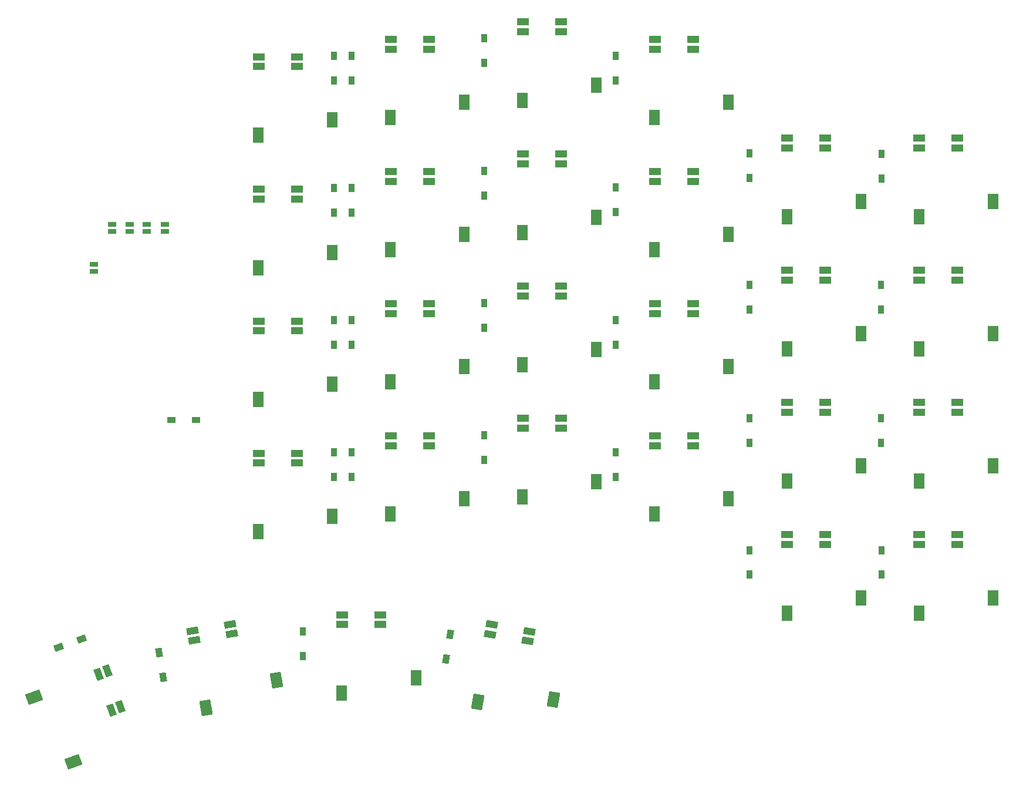
<source format=gtp>
%TF.GenerationSoftware,KiCad,Pcbnew,(6.0.0)*%
%TF.CreationDate,2022-08-16T23:40:52+02:00*%
%TF.ProjectId,SofleKeyboard,536f666c-654b-4657-9962-6f6172642e6b,rev?*%
%TF.SameCoordinates,Original*%
%TF.FileFunction,Paste,Top*%
%TF.FilePolarity,Positive*%
%FSLAX46Y46*%
G04 Gerber Fmt 4.6, Leading zero omitted, Abs format (unit mm)*
G04 Created by KiCad (PCBNEW (6.0.0)) date 2022-08-16 23:40:52*
%MOMM*%
%LPD*%
G01*
G04 APERTURE LIST*
G04 Aperture macros list*
%AMRotRect*
0 Rectangle, with rotation*
0 The origin of the aperture is its center*
0 $1 length*
0 $2 width*
0 $3 Rotation angle, in degrees counterclockwise*
0 Add horizontal line*
21,1,$1,$2,0,0,$3*%
G04 Aperture macros list end*
%ADD10R,1.143000X0.635000*%
%ADD11R,0.950000X1.300000*%
%ADD12R,1.300000X0.950000*%
%ADD13RotRect,1.300000X0.950000X200.000000*%
%ADD14R,1.700000X1.000000*%
%ADD15R,1.600000X2.200000*%
%ADD16RotRect,1.700000X1.000000X110.000000*%
%ADD17RotRect,1.600000X2.200000X110.000000*%
%ADD18RotRect,1.700000X1.000000X190.000000*%
%ADD19RotRect,1.600000X2.200000X190.000000*%
%ADD20RotRect,1.700000X1.000000X170.000000*%
%ADD21RotRect,1.600000X2.200000X170.000000*%
%ADD22RotRect,1.300000X0.950000X280.000000*%
%ADD23RotRect,1.300000X0.950000X260.000000*%
G04 APERTURE END LIST*
D10*
X104300000Y-69800380D03*
X104300000Y-68799620D03*
X101700000Y-69800380D03*
X101700000Y-68799620D03*
X99200000Y-69800380D03*
X99200000Y-68799620D03*
X94000000Y-74499620D03*
X94000000Y-75500380D03*
D11*
X128705000Y-44452000D03*
X128705000Y-48002000D03*
X131245000Y-44455000D03*
X131245000Y-48005000D03*
X150345000Y-41955000D03*
X150345000Y-45505000D03*
X169345000Y-44455000D03*
X169345000Y-48005000D03*
X188590120Y-58490640D03*
X188590120Y-62040640D03*
X207690120Y-58620640D03*
X207690120Y-62170640D03*
X128705000Y-82555000D03*
X128705000Y-86105000D03*
X128705000Y-101655000D03*
X128705000Y-105205000D03*
D12*
X105225000Y-97000000D03*
X108775000Y-97000000D03*
D13*
X92271132Y-128537505D03*
X88935224Y-129751677D03*
D14*
X117800000Y-46001000D03*
X117800000Y-44601000D03*
X123300000Y-44601000D03*
X123300000Y-46001000D03*
D15*
X117750000Y-55900000D03*
X128450000Y-53700000D03*
D14*
X155900000Y-41001000D03*
X155900000Y-39601000D03*
X161400000Y-39601000D03*
X161400000Y-41001000D03*
D15*
X155850000Y-50900000D03*
X166550000Y-48700000D03*
D14*
X117800000Y-84101000D03*
X117800000Y-82701000D03*
X123300000Y-82701000D03*
X123300000Y-84101000D03*
D15*
X117750000Y-94000000D03*
X128450000Y-91800000D03*
D14*
X136850000Y-81601000D03*
X136850000Y-80201000D03*
X142350000Y-80201000D03*
X142350000Y-81601000D03*
D15*
X136800000Y-91500000D03*
X147500000Y-89300000D03*
D14*
X117800000Y-103151000D03*
X117800000Y-101751000D03*
X123300000Y-101751000D03*
X123300000Y-103151000D03*
D15*
X117750000Y-113050000D03*
X128450000Y-110850000D03*
D14*
X155900000Y-98151000D03*
X155900000Y-96751000D03*
X161400000Y-96751000D03*
X161400000Y-98151000D03*
D15*
X155850000Y-108050000D03*
X166550000Y-105850000D03*
D14*
X194039120Y-114893640D03*
X194039120Y-113493640D03*
X199539120Y-113493640D03*
X199539120Y-114893640D03*
D15*
X193989120Y-124792640D03*
X204689120Y-122592640D03*
D16*
X94684694Y-133588786D03*
X96000264Y-133109958D03*
X97881375Y-138278267D03*
X96565805Y-138757095D03*
D17*
X85365576Y-136927459D03*
X91092515Y-146229725D03*
D10*
X96700000Y-69800380D03*
X96700000Y-68799620D03*
D18*
X108546480Y-128731926D03*
X108303372Y-127353195D03*
X113719815Y-126398130D03*
X113962922Y-127776861D03*
D19*
X110216183Y-138489221D03*
X120371600Y-134464608D03*
D14*
X213089120Y-76793640D03*
X213089120Y-75393640D03*
X218589120Y-75393640D03*
X218589120Y-76793640D03*
D15*
X213039120Y-86692640D03*
X223739120Y-84492640D03*
D14*
X213089120Y-95843640D03*
X213089120Y-94443640D03*
X218589120Y-94443640D03*
X218589120Y-95843640D03*
D15*
X213039120Y-105742640D03*
X223739120Y-103542640D03*
D14*
X213089120Y-114893640D03*
X213089120Y-113493640D03*
X218589120Y-113493640D03*
X218589120Y-114893640D03*
D15*
X213039120Y-124792640D03*
X223739120Y-122592640D03*
D14*
X174950000Y-43501000D03*
X174950000Y-42101000D03*
X180450000Y-42101000D03*
X180450000Y-43501000D03*
D15*
X174900000Y-53400000D03*
X185600000Y-51200000D03*
D11*
X128705000Y-63555000D03*
X128705000Y-67105000D03*
X131245000Y-63555000D03*
X131245000Y-67105000D03*
X150345000Y-61045000D03*
X150345000Y-64595000D03*
X169345000Y-63455000D03*
X169345000Y-67005000D03*
X188590120Y-77520640D03*
X188590120Y-81070640D03*
X207590120Y-77520640D03*
X207590120Y-81070640D03*
D14*
X194039120Y-57743640D03*
X194039120Y-56343640D03*
X199539120Y-56343640D03*
X199539120Y-57743640D03*
D15*
X193989120Y-67642640D03*
X204689120Y-65442640D03*
D14*
X136850000Y-62551000D03*
X136850000Y-61151000D03*
X142350000Y-61151000D03*
X142350000Y-62551000D03*
D15*
X136800000Y-72450000D03*
X147500000Y-70250000D03*
D14*
X174950000Y-62551000D03*
X174950000Y-61151000D03*
X180450000Y-61151000D03*
X180450000Y-62551000D03*
D15*
X174900000Y-72450000D03*
X185600000Y-70250000D03*
D14*
X155900000Y-60051000D03*
X155900000Y-58651000D03*
X161400000Y-58651000D03*
X161400000Y-60051000D03*
D15*
X155850000Y-69950000D03*
X166550000Y-67750000D03*
D14*
X174950000Y-81601000D03*
X174950000Y-80201000D03*
X180450000Y-80201000D03*
X180450000Y-81601000D03*
D15*
X174900000Y-91500000D03*
X185600000Y-89300000D03*
D14*
X213089120Y-57743640D03*
X213089120Y-56343640D03*
X218589120Y-56343640D03*
X218589120Y-57743640D03*
D15*
X213039120Y-67642640D03*
X223739120Y-65442640D03*
D14*
X117800000Y-65101000D03*
X117800000Y-63701000D03*
X123300000Y-63701000D03*
X123300000Y-65101000D03*
D15*
X117750000Y-75000000D03*
X128450000Y-72800000D03*
D14*
X194039120Y-76793640D03*
X194039120Y-75393640D03*
X199539120Y-75393640D03*
X199539120Y-76793640D03*
D15*
X193989120Y-86692640D03*
X204689120Y-84492640D03*
D14*
X174950000Y-100651000D03*
X174950000Y-99251000D03*
X180450000Y-99251000D03*
X180450000Y-100651000D03*
D15*
X174900000Y-110550000D03*
X185600000Y-108350000D03*
D14*
X194039120Y-95843640D03*
X194039120Y-94443640D03*
X199539120Y-94443640D03*
X199539120Y-95843640D03*
D15*
X193989120Y-105742640D03*
X204689120Y-103542640D03*
D20*
X151165318Y-127846861D03*
X151408425Y-126468130D03*
X156824868Y-127423195D03*
X156581760Y-128801926D03*
D21*
X149397134Y-137586791D03*
X160316603Y-137278249D03*
D14*
X155900000Y-79101000D03*
X155900000Y-77701000D03*
X161400000Y-77701000D03*
X161400000Y-79101000D03*
D15*
X155850000Y-89000000D03*
X166550000Y-86800000D03*
D14*
X136850000Y-43501000D03*
X136850000Y-42101000D03*
X142350000Y-42101000D03*
X142350000Y-43501000D03*
D15*
X136800000Y-53400000D03*
X147500000Y-51200000D03*
D22*
X103399710Y-130525648D03*
X104016162Y-134021716D03*
D14*
X136850000Y-100651000D03*
X136850000Y-99251000D03*
X142350000Y-99251000D03*
X142350000Y-100651000D03*
D15*
X136800000Y-110550000D03*
X147500000Y-108350000D03*
D11*
X150345000Y-80145000D03*
X150345000Y-83695000D03*
X169345000Y-82555000D03*
X169345000Y-86105000D03*
X188590120Y-96720640D03*
X188590120Y-100270640D03*
X207590120Y-96720640D03*
X207590120Y-100270640D03*
X124190120Y-127410640D03*
X124190120Y-130960640D03*
D23*
X145470743Y-127906844D03*
X144854291Y-131402912D03*
D11*
X207640120Y-115720640D03*
X207640120Y-119270640D03*
X131245000Y-101655000D03*
X131245000Y-105205000D03*
X150345000Y-99145000D03*
X150345000Y-102695000D03*
X169345000Y-101655000D03*
X169345000Y-105205000D03*
X188590120Y-115720640D03*
X188590120Y-119270640D03*
X131245000Y-82555000D03*
X131245000Y-86105000D03*
D14*
X129849120Y-126453640D03*
X129849120Y-125053640D03*
X135349120Y-125053640D03*
X135349120Y-126453640D03*
D15*
X129799120Y-136352640D03*
X140499120Y-134152640D03*
M02*

</source>
